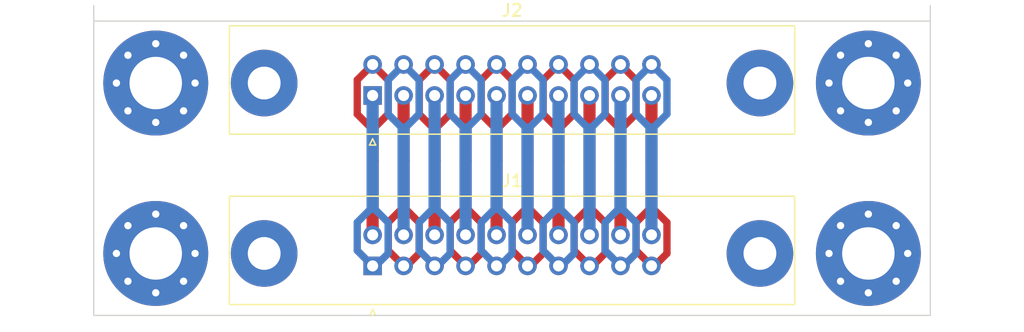
<source format=kicad_pcb>
(kicad_pcb (version 20171130) (host pcbnew "(5.1.4)-1")

  (general
    (thickness 1.6)
    (drawings 4)
    (tracks 170)
    (zones 0)
    (modules 6)
    (nets 15)
  )

  (page A4)
  (layers
    (0 F.Cu signal)
    (31 B.Cu signal)
    (32 B.Adhes user)
    (33 F.Adhes user)
    (34 B.Paste user)
    (35 F.Paste user)
    (36 B.SilkS user)
    (37 F.SilkS user)
    (38 B.Mask user)
    (39 F.Mask user)
    (40 Dwgs.User user)
    (41 Cmts.User user)
    (42 Eco1.User user)
    (43 Eco2.User user)
    (44 Edge.Cuts user)
    (45 Margin user)
    (46 B.CrtYd user)
    (47 F.CrtYd user)
    (48 B.Fab user)
    (49 F.Fab user)
  )

  (setup
    (last_trace_width 1)
    (user_trace_width 0.6)
    (user_trace_width 1)
    (user_trace_width 2)
    (user_trace_width 3)
    (trace_clearance 0.2)
    (zone_clearance 0.6)
    (zone_45_only no)
    (trace_min 0.2)
    (via_size 0.8)
    (via_drill 0.4)
    (via_min_size 0.4)
    (via_min_drill 0.3)
    (uvia_size 0.3)
    (uvia_drill 0.1)
    (uvias_allowed no)
    (uvia_min_size 0.2)
    (uvia_min_drill 0.1)
    (edge_width 0.1)
    (segment_width 0.2)
    (pcb_text_width 0.3)
    (pcb_text_size 1.5 1.5)
    (mod_edge_width 0.15)
    (mod_text_size 1 1)
    (mod_text_width 0.15)
    (pad_size 1.524 1.524)
    (pad_drill 0.762)
    (pad_to_mask_clearance 0)
    (aux_axis_origin 128.27 147.32)
    (visible_elements 7FFFFFFF)
    (pcbplotparams
      (layerselection 0x010fc_ffffffff)
      (usegerberextensions false)
      (usegerberattributes false)
      (usegerberadvancedattributes false)
      (creategerberjobfile false)
      (excludeedgelayer true)
      (linewidth 0.100000)
      (plotframeref false)
      (viasonmask false)
      (mode 1)
      (useauxorigin false)
      (hpglpennumber 1)
      (hpglpenspeed 20)
      (hpglpendiameter 15.000000)
      (psnegative false)
      (psa4output false)
      (plotreference true)
      (plotvalue true)
      (plotinvisibletext false)
      (padsonsilk false)
      (subtractmaskfromsilk false)
      (outputformat 1)
      (mirror false)
      (drillshape 0)
      (scaleselection 1)
      (outputdirectory "extender"))
  )

  (net 0 "")
  (net 1 /Z)
  (net 2 /BL)
  (net 3 /5V)
  (net 4 /X-)
  (net 5 /TA)
  (net 6 /TB)
  (net 7 /GND)
  (net 8 /PWMFAN-GND)
  (net 9 /1B)
  (net 10 /1A)
  (net 11 /2B)
  (net 12 /2A)
  (net 13 /24V)
  (net 14 /HEATGND)

  (net_class Default "This is the default net class."
    (clearance 0.2)
    (trace_width 0.25)
    (via_dia 0.8)
    (via_drill 0.4)
    (uvia_dia 0.3)
    (uvia_drill 0.1)
    (add_net /1A)
    (add_net /1B)
    (add_net /24V)
    (add_net /2A)
    (add_net /2B)
    (add_net /5V)
    (add_net /BL)
    (add_net /GND)
    (add_net /HEATGND)
    (add_net /PWMFAN-GND)
    (add_net /TA)
    (add_net /TB)
    (add_net /X-)
    (add_net /Z)
  )

  (module MountingHole:MountingHole_4.3mm_M4_Pad_Via (layer F.Cu) (tedit 56DDBFD7) (tstamp 5D770253)
    (at 133.35 142.24)
    (descr "Mounting Hole 4.3mm, M4")
    (tags "mounting hole 4.3mm m4")
    (attr virtual)
    (fp_text reference REF** (at 0 -5.3) (layer F.SilkS) hide
      (effects (font (size 1 1) (thickness 0.15)))
    )
    (fp_text value MountingHole_4.3mm_M4_Pad_Via (at 0 5.3) (layer F.Fab)
      (effects (font (size 1 1) (thickness 0.15)))
    )
    (fp_text user %R (at 0.3 0) (layer F.Fab)
      (effects (font (size 1 1) (thickness 0.15)))
    )
    (fp_circle (center 0 0) (end 4.3 0) (layer Cmts.User) (width 0.15))
    (fp_circle (center 0 0) (end 4.55 0) (layer F.CrtYd) (width 0.05))
    (pad 1 thru_hole circle (at 0 0) (size 8.6 8.6) (drill 4.3) (layers *.Cu *.Mask))
    (pad 1 thru_hole circle (at 3.225 0) (size 0.9 0.9) (drill 0.6) (layers *.Cu *.Mask))
    (pad 1 thru_hole circle (at 2.280419 2.280419) (size 0.9 0.9) (drill 0.6) (layers *.Cu *.Mask))
    (pad 1 thru_hole circle (at 0 3.225) (size 0.9 0.9) (drill 0.6) (layers *.Cu *.Mask))
    (pad 1 thru_hole circle (at -2.280419 2.280419) (size 0.9 0.9) (drill 0.6) (layers *.Cu *.Mask))
    (pad 1 thru_hole circle (at -3.225 0) (size 0.9 0.9) (drill 0.6) (layers *.Cu *.Mask))
    (pad 1 thru_hole circle (at -2.280419 -2.280419) (size 0.9 0.9) (drill 0.6) (layers *.Cu *.Mask))
    (pad 1 thru_hole circle (at 0 -3.225) (size 0.9 0.9) (drill 0.6) (layers *.Cu *.Mask))
    (pad 1 thru_hole circle (at 2.280419 -2.280419) (size 0.9 0.9) (drill 0.6) (layers *.Cu *.Mask))
  )

  (module MountingHole:MountingHole_4.3mm_M4_Pad_Via (layer F.Cu) (tedit 56DDBFD7) (tstamp 5D770253)
    (at 133.35 128.27)
    (descr "Mounting Hole 4.3mm, M4")
    (tags "mounting hole 4.3mm m4")
    (attr virtual)
    (fp_text reference REF** (at 0 -5.3) (layer F.SilkS) hide
      (effects (font (size 1 1) (thickness 0.15)))
    )
    (fp_text value MountingHole_4.3mm_M4_Pad_Via (at 0 5.3) (layer F.Fab)
      (effects (font (size 1 1) (thickness 0.15)))
    )
    (fp_text user %R (at 0.3 0) (layer F.Fab)
      (effects (font (size 1 1) (thickness 0.15)))
    )
    (fp_circle (center 0 0) (end 4.3 0) (layer Cmts.User) (width 0.15))
    (fp_circle (center 0 0) (end 4.55 0) (layer F.CrtYd) (width 0.05))
    (pad 1 thru_hole circle (at 0 0) (size 8.6 8.6) (drill 4.3) (layers *.Cu *.Mask))
    (pad 1 thru_hole circle (at 3.225 0) (size 0.9 0.9) (drill 0.6) (layers *.Cu *.Mask))
    (pad 1 thru_hole circle (at 2.280419 2.280419) (size 0.9 0.9) (drill 0.6) (layers *.Cu *.Mask))
    (pad 1 thru_hole circle (at 0 3.225) (size 0.9 0.9) (drill 0.6) (layers *.Cu *.Mask))
    (pad 1 thru_hole circle (at -2.280419 2.280419) (size 0.9 0.9) (drill 0.6) (layers *.Cu *.Mask))
    (pad 1 thru_hole circle (at -3.225 0) (size 0.9 0.9) (drill 0.6) (layers *.Cu *.Mask))
    (pad 1 thru_hole circle (at -2.280419 -2.280419) (size 0.9 0.9) (drill 0.6) (layers *.Cu *.Mask))
    (pad 1 thru_hole circle (at 0 -3.225) (size 0.9 0.9) (drill 0.6) (layers *.Cu *.Mask))
    (pad 1 thru_hole circle (at 2.280419 -2.280419) (size 0.9 0.9) (drill 0.6) (layers *.Cu *.Mask))
  )

  (module Connector_IDC:IDC-Header_2x10_P2.54mm_Vertical_Lock (layer F.Cu) (tedit 5A29A990) (tstamp 5D7697FF)
    (at 151.13 143.26 90)
    (descr "Connector IDC Locked, 10 contacts, compatible header: PANCON HE10 (Series 50, (https://www.reboul.fr/storage/00003af6.pdf)")
    (tags "connector idc locked")
    (path /5D73EC2A)
    (fp_text reference J1 (at 6.98 11.43 180) (layer F.SilkS)
      (effects (font (size 1 1) (thickness 0.15)))
    )
    (fp_text value Conn_02x10_Counter_Clockwise (at -4.572 10.795 180) (layer F.Fab)
      (effects (font (size 1 1) (thickness 0.15)))
    )
    (fp_line (start -3.17 34.6) (end -3.17 -11.74) (layer F.SilkS) (width 0.12))
    (fp_line (start -3.17 34.6) (end 5.71 34.6) (layer F.SilkS) (width 0.12))
    (fp_line (start 5.71 -11.74) (end -3.17 -11.74) (layer F.SilkS) (width 0.12))
    (fp_line (start 5.71 -11.74) (end 5.71 34.6) (layer F.SilkS) (width 0.12))
    (fp_line (start -3.3 34.73) (end -3.3 -11.87) (layer F.CrtYd) (width 0.05))
    (fp_line (start -3.3 34.73) (end 5.84 34.73) (layer F.CrtYd) (width 0.05))
    (fp_line (start 5.84 -11.87) (end -3.3 -11.87) (layer F.CrtYd) (width 0.05))
    (fp_line (start 5.84 -11.87) (end 5.84 34.73) (layer F.CrtYd) (width 0.05))
    (fp_line (start 5.59 33.78) (end 5.59 -10.92) (layer F.Fab) (width 0.1))
    (fp_line (start -3.05 33.78) (end 5.59 33.78) (layer F.Fab) (width 0.1))
    (fp_line (start -3.05 -10.92) (end -3.05 33.78) (layer F.Fab) (width 0.1))
    (fp_line (start 5.59 -10.92) (end -3.05 -10.92) (layer F.Fab) (width 0.1))
    (fp_line (start -2.29 13.21) (end -3.05 13.21) (layer F.Fab) (width 0.1))
    (fp_line (start -2.29 26.67) (end -2.29 13.21) (layer F.Fab) (width 0.1))
    (fp_line (start 4.83 26.67) (end -2.29 26.67) (layer F.Fab) (width 0.1))
    (fp_line (start 4.83 -3.81) (end 4.83 26.67) (layer F.Fab) (width 0.1))
    (fp_line (start -2.29 -3.81) (end 4.83 -3.81) (layer F.Fab) (width 0.1))
    (fp_line (start -2.29 9.65) (end -2.29 -3.81) (layer F.Fab) (width 0.1))
    (fp_line (start -3.05 9.65) (end -2.29 9.65) (layer F.Fab) (width 0.1))
    (fp_line (start -3.556 0) (end -4.064 -0.254) (layer F.SilkS) (width 0.12))
    (fp_line (start -4.064 -0.254) (end -4.064 0.254) (layer F.SilkS) (width 0.12))
    (fp_line (start -4.064 0.254) (end -3.556 0) (layer F.SilkS) (width 0.12))
    (fp_line (start -2.286 -1.016) (end -1.016 0) (layer F.Fab) (width 0.1))
    (fp_line (start -1.016 0) (end -2.286 1.016) (layer F.Fab) (width 0.1))
    (fp_text user %R (at 3.556 11.43) (layer F.Fab)
      (effects (font (size 1 1) (thickness 0.15)))
    )
    (pad "" thru_hole circle (at 1.02 31.75) (size 5.46 5.46) (drill 2.69) (layers *.Cu *.Mask))
    (pad "" thru_hole circle (at 1.02 -8.89) (size 5.46 5.46) (drill 2.69) (layers *.Cu *.Mask))
    (pad 20 thru_hole circle (at 2.54 22.86) (size 1.52 1.52) (drill 0.91) (layers *.Cu *.Mask)
      (net 1 /Z))
    (pad 19 thru_hole circle (at 0 22.86) (size 1.52 1.52) (drill 0.91) (layers *.Cu *.Mask)
      (net 2 /BL))
    (pad 18 thru_hole circle (at 2.54 20.32) (size 1.52 1.52) (drill 0.91) (layers *.Cu *.Mask)
      (net 3 /5V))
    (pad 17 thru_hole circle (at 0 20.32) (size 1.52 1.52) (drill 0.91) (layers *.Cu *.Mask)
      (net 4 /X-))
    (pad 16 thru_hole circle (at 2.54 17.78) (size 1.52 1.52) (drill 0.91) (layers *.Cu *.Mask)
      (net 5 /TA))
    (pad 15 thru_hole circle (at 0 17.78) (size 1.52 1.52) (drill 0.91) (layers *.Cu *.Mask)
      (net 6 /TB))
    (pad 14 thru_hole circle (at 2.54 15.24) (size 1.52 1.52) (drill 0.91) (layers *.Cu *.Mask)
      (net 7 /GND))
    (pad 13 thru_hole circle (at 0 15.24) (size 1.52 1.52) (drill 0.91) (layers *.Cu *.Mask)
      (net 8 /PWMFAN-GND))
    (pad 12 thru_hole circle (at 2.54 12.7) (size 1.52 1.52) (drill 0.91) (layers *.Cu *.Mask)
      (net 9 /1B))
    (pad 11 thru_hole circle (at 0 12.7) (size 1.52 1.52) (drill 0.91) (layers *.Cu *.Mask)
      (net 10 /1A))
    (pad 10 thru_hole circle (at 2.54 10.16) (size 1.52 1.52) (drill 0.91) (layers *.Cu *.Mask)
      (net 11 /2B))
    (pad 9 thru_hole circle (at 0 10.16) (size 1.52 1.52) (drill 0.91) (layers *.Cu *.Mask)
      (net 12 /2A))
    (pad 8 thru_hole circle (at 2.54 7.62) (size 1.52 1.52) (drill 0.91) (layers *.Cu *.Mask)
      (net 13 /24V))
    (pad 7 thru_hole circle (at 0 7.62) (size 1.52 1.52) (drill 0.91) (layers *.Cu *.Mask)
      (net 13 /24V))
    (pad 6 thru_hole circle (at 2.54 5.08) (size 1.52 1.52) (drill 0.91) (layers *.Cu *.Mask)
      (net 13 /24V))
    (pad 5 thru_hole circle (at 0 5.08) (size 1.52 1.52) (drill 0.91) (layers *.Cu *.Mask)
      (net 13 /24V))
    (pad 4 thru_hole circle (at 2.54 2.54) (size 1.52 1.52) (drill 0.91) (layers *.Cu *.Mask)
      (net 14 /HEATGND))
    (pad 3 thru_hole circle (at 0 2.54) (size 1.52 1.52) (drill 0.91) (layers *.Cu *.Mask)
      (net 14 /HEATGND))
    (pad 2 thru_hole circle (at 2.54 0) (size 1.52 1.52) (drill 0.91) (layers *.Cu *.Mask)
      (net 14 /HEATGND))
    (pad 1 thru_hole rect (at 0 0) (size 1.52 1.52) (drill 0.91) (layers *.Cu *.Mask)
      (net 14 /HEATGND))
    (model ${KISYS3DMOD}/Connector_IDC.3dshapes/IDC-Header_2x10_P2.54mm_Vertical_Lock.wrl
      (offset (xyz 11.42999982833862 1.269999980926514 0))
      (scale (xyz 1 1 1))
      (rotate (xyz 0 0 0))
    )
  )

  (module MountingHole:MountingHole_4.3mm_M4_Pad_Via (layer F.Cu) (tedit 56DDBFD7) (tstamp 5D770253)
    (at 191.77 142.24)
    (descr "Mounting Hole 4.3mm, M4")
    (tags "mounting hole 4.3mm m4")
    (attr virtual)
    (fp_text reference REF** (at 0 -5.3) (layer F.SilkS) hide
      (effects (font (size 1 1) (thickness 0.15)))
    )
    (fp_text value MountingHole_4.3mm_M4_Pad_Via (at 0 5.3) (layer F.Fab)
      (effects (font (size 1 1) (thickness 0.15)))
    )
    (fp_text user %R (at 0.3 0) (layer F.Fab)
      (effects (font (size 1 1) (thickness 0.15)))
    )
    (fp_circle (center 0 0) (end 4.3 0) (layer Cmts.User) (width 0.15))
    (fp_circle (center 0 0) (end 4.55 0) (layer F.CrtYd) (width 0.05))
    (pad 1 thru_hole circle (at 0 0) (size 8.6 8.6) (drill 4.3) (layers *.Cu *.Mask))
    (pad 1 thru_hole circle (at 3.225 0) (size 0.9 0.9) (drill 0.6) (layers *.Cu *.Mask))
    (pad 1 thru_hole circle (at 2.280419 2.280419) (size 0.9 0.9) (drill 0.6) (layers *.Cu *.Mask))
    (pad 1 thru_hole circle (at 0 3.225) (size 0.9 0.9) (drill 0.6) (layers *.Cu *.Mask))
    (pad 1 thru_hole circle (at -2.280419 2.280419) (size 0.9 0.9) (drill 0.6) (layers *.Cu *.Mask))
    (pad 1 thru_hole circle (at -3.225 0) (size 0.9 0.9) (drill 0.6) (layers *.Cu *.Mask))
    (pad 1 thru_hole circle (at -2.280419 -2.280419) (size 0.9 0.9) (drill 0.6) (layers *.Cu *.Mask))
    (pad 1 thru_hole circle (at 0 -3.225) (size 0.9 0.9) (drill 0.6) (layers *.Cu *.Mask))
    (pad 1 thru_hole circle (at 2.280419 -2.280419) (size 0.9 0.9) (drill 0.6) (layers *.Cu *.Mask))
  )

  (module MountingHole:MountingHole_4.3mm_M4_Pad_Via (layer F.Cu) (tedit 56DDBFD7) (tstamp 5D770253)
    (at 191.77 128.27)
    (descr "Mounting Hole 4.3mm, M4")
    (tags "mounting hole 4.3mm m4")
    (attr virtual)
    (fp_text reference REF** (at 0 -5.3) (layer F.SilkS) hide
      (effects (font (size 1 1) (thickness 0.15)))
    )
    (fp_text value MountingHole_4.3mm_M4_Pad_Via (at 0 5.3) (layer F.Fab)
      (effects (font (size 1 1) (thickness 0.15)))
    )
    (fp_text user %R (at 0.3 0) (layer F.Fab)
      (effects (font (size 1 1) (thickness 0.15)))
    )
    (fp_circle (center 0 0) (end 4.3 0) (layer Cmts.User) (width 0.15))
    (fp_circle (center 0 0) (end 4.55 0) (layer F.CrtYd) (width 0.05))
    (pad 1 thru_hole circle (at 0 0) (size 8.6 8.6) (drill 4.3) (layers *.Cu *.Mask))
    (pad 1 thru_hole circle (at 3.225 0) (size 0.9 0.9) (drill 0.6) (layers *.Cu *.Mask))
    (pad 1 thru_hole circle (at 2.280419 2.280419) (size 0.9 0.9) (drill 0.6) (layers *.Cu *.Mask))
    (pad 1 thru_hole circle (at 0 3.225) (size 0.9 0.9) (drill 0.6) (layers *.Cu *.Mask))
    (pad 1 thru_hole circle (at -2.280419 2.280419) (size 0.9 0.9) (drill 0.6) (layers *.Cu *.Mask))
    (pad 1 thru_hole circle (at -3.225 0) (size 0.9 0.9) (drill 0.6) (layers *.Cu *.Mask))
    (pad 1 thru_hole circle (at -2.280419 -2.280419) (size 0.9 0.9) (drill 0.6) (layers *.Cu *.Mask))
    (pad 1 thru_hole circle (at 0 -3.225) (size 0.9 0.9) (drill 0.6) (layers *.Cu *.Mask))
    (pad 1 thru_hole circle (at 2.280419 -2.280419) (size 0.9 0.9) (drill 0.6) (layers *.Cu *.Mask))
  )

  (module Connector_IDC:IDC-Header_2x10_P2.54mm_Vertical_Lock (layer F.Cu) (tedit 5A29A990) (tstamp 5D769832)
    (at 151.13 129.29 90)
    (descr "Connector IDC Locked, 10 contacts, compatible header: PANCON HE10 (Series 50, (https://www.reboul.fr/storage/00003af6.pdf)")
    (tags "connector idc locked")
    (path /5D76E5A0)
    (fp_text reference J2 (at 6.98 11.43 180) (layer F.SilkS)
      (effects (font (size 1 1) (thickness 0.15)))
    )
    (fp_text value Conn_02x10_Counter_Clockwise (at -4.572 10.795 180) (layer F.Fab)
      (effects (font (size 1 1) (thickness 0.15)))
    )
    (fp_line (start -3.17 34.6) (end -3.17 -11.74) (layer F.SilkS) (width 0.12))
    (fp_line (start -3.17 34.6) (end 5.71 34.6) (layer F.SilkS) (width 0.12))
    (fp_line (start 5.71 -11.74) (end -3.17 -11.74) (layer F.SilkS) (width 0.12))
    (fp_line (start 5.71 -11.74) (end 5.71 34.6) (layer F.SilkS) (width 0.12))
    (fp_line (start -3.3 34.73) (end -3.3 -11.87) (layer F.CrtYd) (width 0.05))
    (fp_line (start -3.3 34.73) (end 5.84 34.73) (layer F.CrtYd) (width 0.05))
    (fp_line (start 5.84 -11.87) (end -3.3 -11.87) (layer F.CrtYd) (width 0.05))
    (fp_line (start 5.84 -11.87) (end 5.84 34.73) (layer F.CrtYd) (width 0.05))
    (fp_line (start 5.59 33.78) (end 5.59 -10.92) (layer F.Fab) (width 0.1))
    (fp_line (start -3.05 33.78) (end 5.59 33.78) (layer F.Fab) (width 0.1))
    (fp_line (start -3.05 -10.92) (end -3.05 33.78) (layer F.Fab) (width 0.1))
    (fp_line (start 5.59 -10.92) (end -3.05 -10.92) (layer F.Fab) (width 0.1))
    (fp_line (start -2.29 13.21) (end -3.05 13.21) (layer F.Fab) (width 0.1))
    (fp_line (start -2.29 26.67) (end -2.29 13.21) (layer F.Fab) (width 0.1))
    (fp_line (start 4.83 26.67) (end -2.29 26.67) (layer F.Fab) (width 0.1))
    (fp_line (start 4.83 -3.81) (end 4.83 26.67) (layer F.Fab) (width 0.1))
    (fp_line (start -2.29 -3.81) (end 4.83 -3.81) (layer F.Fab) (width 0.1))
    (fp_line (start -2.29 9.65) (end -2.29 -3.81) (layer F.Fab) (width 0.1))
    (fp_line (start -3.05 9.65) (end -2.29 9.65) (layer F.Fab) (width 0.1))
    (fp_line (start -3.556 0) (end -4.064 -0.254) (layer F.SilkS) (width 0.12))
    (fp_line (start -4.064 -0.254) (end -4.064 0.254) (layer F.SilkS) (width 0.12))
    (fp_line (start -4.064 0.254) (end -3.556 0) (layer F.SilkS) (width 0.12))
    (fp_line (start -2.286 -1.016) (end -1.016 0) (layer F.Fab) (width 0.1))
    (fp_line (start -1.016 0) (end -2.286 1.016) (layer F.Fab) (width 0.1))
    (fp_text user %R (at 3.556 11.43) (layer F.Fab)
      (effects (font (size 1 1) (thickness 0.15)))
    )
    (pad "" thru_hole circle (at 1.02 31.75) (size 5.46 5.46) (drill 2.69) (layers *.Cu *.Mask))
    (pad "" thru_hole circle (at 1.02 -8.89) (size 5.46 5.46) (drill 2.69) (layers *.Cu *.Mask))
    (pad 20 thru_hole circle (at 2.54 22.86) (size 1.52 1.52) (drill 0.91) (layers *.Cu *.Mask)
      (net 1 /Z))
    (pad 19 thru_hole circle (at 0 22.86) (size 1.52 1.52) (drill 0.91) (layers *.Cu *.Mask)
      (net 2 /BL))
    (pad 18 thru_hole circle (at 2.54 20.32) (size 1.52 1.52) (drill 0.91) (layers *.Cu *.Mask)
      (net 3 /5V))
    (pad 17 thru_hole circle (at 0 20.32) (size 1.52 1.52) (drill 0.91) (layers *.Cu *.Mask)
      (net 4 /X-))
    (pad 16 thru_hole circle (at 2.54 17.78) (size 1.52 1.52) (drill 0.91) (layers *.Cu *.Mask)
      (net 5 /TA))
    (pad 15 thru_hole circle (at 0 17.78) (size 1.52 1.52) (drill 0.91) (layers *.Cu *.Mask)
      (net 6 /TB))
    (pad 14 thru_hole circle (at 2.54 15.24) (size 1.52 1.52) (drill 0.91) (layers *.Cu *.Mask)
      (net 7 /GND))
    (pad 13 thru_hole circle (at 0 15.24) (size 1.52 1.52) (drill 0.91) (layers *.Cu *.Mask)
      (net 8 /PWMFAN-GND))
    (pad 12 thru_hole circle (at 2.54 12.7) (size 1.52 1.52) (drill 0.91) (layers *.Cu *.Mask)
      (net 9 /1B))
    (pad 11 thru_hole circle (at 0 12.7) (size 1.52 1.52) (drill 0.91) (layers *.Cu *.Mask)
      (net 10 /1A))
    (pad 10 thru_hole circle (at 2.54 10.16) (size 1.52 1.52) (drill 0.91) (layers *.Cu *.Mask)
      (net 11 /2B))
    (pad 9 thru_hole circle (at 0 10.16) (size 1.52 1.52) (drill 0.91) (layers *.Cu *.Mask)
      (net 12 /2A))
    (pad 8 thru_hole circle (at 2.54 7.62) (size 1.52 1.52) (drill 0.91) (layers *.Cu *.Mask)
      (net 13 /24V))
    (pad 7 thru_hole circle (at 0 7.62) (size 1.52 1.52) (drill 0.91) (layers *.Cu *.Mask)
      (net 13 /24V))
    (pad 6 thru_hole circle (at 2.54 5.08) (size 1.52 1.52) (drill 0.91) (layers *.Cu *.Mask)
      (net 13 /24V))
    (pad 5 thru_hole circle (at 0 5.08) (size 1.52 1.52) (drill 0.91) (layers *.Cu *.Mask)
      (net 13 /24V))
    (pad 4 thru_hole circle (at 2.54 2.54) (size 1.52 1.52) (drill 0.91) (layers *.Cu *.Mask)
      (net 14 /HEATGND))
    (pad 3 thru_hole circle (at 0 2.54) (size 1.52 1.52) (drill 0.91) (layers *.Cu *.Mask)
      (net 14 /HEATGND))
    (pad 2 thru_hole circle (at 2.54 0) (size 1.52 1.52) (drill 0.91) (layers *.Cu *.Mask)
      (net 14 /HEATGND))
    (pad 1 thru_hole rect (at 0 0) (size 1.52 1.52) (drill 0.91) (layers *.Cu *.Mask)
      (net 14 /HEATGND))
    (model ${KISYS3DMOD}/Connector_IDC.3dshapes/IDC-Header_2x10_P2.54mm_Vertical_Lock.wrl
      (offset (xyz 11.42999982833862 1.269999980926514 0))
      (scale (xyz 1 1 1))
      (rotate (xyz 0 0 0))
    )
  )

  (gr_line (start 128.27 147.32) (end 128.27 121.92) (layer Edge.Cuts) (width 0.1))
  (gr_line (start 196.85 147.32) (end 128.27 147.32) (layer Edge.Cuts) (width 0.1))
  (gr_line (start 196.85 121.92) (end 196.85 147.32) (layer Edge.Cuts) (width 0.1))
  (gr_line (start 128.27 123.19) (end 196.85 123.19) (layer Edge.Cuts) (width 0.1))

  (segment (start 154.94 130.81) (end 154.94 128.02) (width 0.6) (layer B.Cu) (net 14) (tstamp 5D76AC76))
  (segment (start 152.409999 128.010001) (end 152.409999 130.819999) (width 0.6) (layer B.Cu) (net 14) (tstamp 5D76AC77))
  (segment (start 154.94 128.02) (end 153.92 127) (width 0.6) (layer B.Cu) (net 14) (tstamp 5D76AC78))
  (segment (start 152.409999 130.819999) (end 153.67 132.08) (width 0.6) (layer B.Cu) (net 14) (tstamp 5D76AC79))
  (segment (start 153.67 126.75) (end 152.409999 128.010001) (width 0.6) (layer B.Cu) (net 14) (tstamp 5D76AC7A))
  (segment (start 153.67 134.62) (end 153.67 140.72) (width 1) (layer B.Cu) (net 14) (tstamp 5D76AC7B))
  (segment (start 153.67 132.08) (end 154.94 130.81) (width 0.6) (layer B.Cu) (net 14) (tstamp 5D76AC7C))
  (segment (start 153.67 132.08) (end 153.67 134.62) (width 1) (layer B.Cu) (net 14) (tstamp 5D76AC81))
  (segment (start 149.869999 139.690001) (end 149.869999 141.999999) (width 0.6) (layer B.Cu) (net 14) (tstamp 5D76AC72))
  (segment (start 149.869999 141.999999) (end 150.370001 142.500001) (width 0.6) (layer B.Cu) (net 14) (tstamp 5D76AC73))
  (segment (start 152.4 142.24) (end 151.13 143.51) (width 0.6) (layer B.Cu) (net 14) (tstamp 5D76AC74))
  (segment (start 151.13 138.43) (end 149.869999 139.690001) (width 0.6) (layer B.Cu) (net 14) (tstamp 5D76AC75))
  (segment (start 152.4 139.7) (end 152.4 142.24) (width 0.6) (layer B.Cu) (net 14) (tstamp 5D76AC7D))
  (segment (start 151.13 138.43) (end 152.4 139.7) (width 0.6) (layer B.Cu) (net 14) (tstamp 5D76AC7E))
  (segment (start 150.370001 142.500001) (end 151.13 143.26) (width 0.6) (layer B.Cu) (net 14) (tstamp 5D76AC7F))
  (segment (start 151.13 131.83) (end 151.13 138.43) (width 1) (layer B.Cu) (net 14) (tstamp 5D76AC80))
  (segment (start 151.13 129.29) (end 151.13 131.83) (width 1) (layer B.Cu) (net 14) (tstamp 5D76AC82))
  (segment (start 160.02 130.81) (end 160.02 128.02) (width 0.6) (layer B.Cu) (net 13) (tstamp 5D76AC76))
  (segment (start 157.489999 128.010001) (end 157.489999 130.819999) (width 0.6) (layer B.Cu) (net 13) (tstamp 5D76AC77))
  (segment (start 160.02 128.02) (end 159 127) (width 0.6) (layer B.Cu) (net 13) (tstamp 5D76AC78))
  (segment (start 157.489999 130.819999) (end 158.75 132.08) (width 0.6) (layer B.Cu) (net 13) (tstamp 5D76AC79))
  (segment (start 158.75 126.75) (end 157.489999 128.010001) (width 0.6) (layer B.Cu) (net 13) (tstamp 5D76AC7A))
  (segment (start 158.75 134.62) (end 158.75 140.72) (width 1) (layer B.Cu) (net 13) (tstamp 5D76AC7B))
  (segment (start 158.75 132.08) (end 160.02 130.81) (width 0.6) (layer B.Cu) (net 13) (tstamp 5D76AC7C))
  (segment (start 158.75 132.08) (end 158.75 134.62) (width 1) (layer B.Cu) (net 13) (tstamp 5D76AC81))
  (segment (start 154.949999 139.690001) (end 154.949999 141.999999) (width 0.6) (layer B.Cu) (net 13) (tstamp 5D76AC72))
  (segment (start 154.949999 141.999999) (end 155.450001 142.500001) (width 0.6) (layer B.Cu) (net 13) (tstamp 5D76AC73))
  (segment (start 157.48 142.24) (end 156.21 143.51) (width 0.6) (layer B.Cu) (net 13) (tstamp 5D76AC74))
  (segment (start 156.21 138.43) (end 154.949999 139.690001) (width 0.6) (layer B.Cu) (net 13) (tstamp 5D76AC75))
  (segment (start 157.48 139.7) (end 157.48 142.24) (width 0.6) (layer B.Cu) (net 13) (tstamp 5D76AC7D))
  (segment (start 156.21 138.43) (end 157.48 139.7) (width 0.6) (layer B.Cu) (net 13) (tstamp 5D76AC7E))
  (segment (start 155.450001 142.500001) (end 156.21 143.26) (width 0.6) (layer B.Cu) (net 13) (tstamp 5D76AC7F))
  (segment (start 156.21 131.83) (end 156.21 138.43) (width 1) (layer B.Cu) (net 13) (tstamp 5D76AC80))
  (segment (start 156.21 129.29) (end 156.21 131.83) (width 1) (layer B.Cu) (net 13) (tstamp 5D76AC82))
  (segment (start 152.409999 141.999999) (end 152.910001 142.500001) (width 0.6) (layer F.Cu) (net 14) (tstamp 5D76AA75))
  (segment (start 152.910001 142.500001) (end 153.67 143.26) (width 0.6) (layer F.Cu) (net 14) (tstamp 5D76AA76))
  (segment (start 154.94 142.24) (end 153.67 143.51) (width 0.6) (layer F.Cu) (net 14) (tstamp 5D76AA79))
  (segment (start 152.409999 139.690001) (end 152.409999 141.999999) (width 0.6) (layer F.Cu) (net 14) (tstamp 5D76AA7A))
  (segment (start 153.67 131.83) (end 153.67 138.43) (width 1) (layer F.Cu) (net 14) (tstamp 5D76AA7B))
  (segment (start 153.67 138.43) (end 154.94 139.7) (width 0.6) (layer F.Cu) (net 14) (tstamp 5D76AA7C))
  (segment (start 154.94 139.7) (end 154.94 142.24) (width 0.6) (layer F.Cu) (net 14) (tstamp 5D76AA7D))
  (segment (start 153.67 138.43) (end 152.409999 139.690001) (width 0.6) (layer F.Cu) (net 14) (tstamp 5D76AA82))
  (segment (start 153.67 129.29) (end 153.67 131.83) (width 1) (layer F.Cu) (net 14) (tstamp 5D76AA84))
  (segment (start 151.13 132.08) (end 151.13 134.62) (width 1) (layer F.Cu) (net 14) (tstamp 5D76AA74))
  (segment (start 151.13 126.75) (end 149.869999 128.010001) (width 0.6) (layer F.Cu) (net 14) (tstamp 5D76AA77))
  (segment (start 152.4 130.81) (end 152.4 128.02) (width 0.6) (layer F.Cu) (net 14) (tstamp 5D76AA78))
  (segment (start 152.4 128.02) (end 151.38 127) (width 0.6) (layer F.Cu) (net 14) (tstamp 5D76AA7E))
  (segment (start 151.13 132.08) (end 152.4 130.81) (width 0.6) (layer F.Cu) (net 14) (tstamp 5D76AA7F))
  (segment (start 151.13 134.62) (end 151.13 140.72) (width 1) (layer F.Cu) (net 14) (tstamp 5D76AA80))
  (segment (start 149.869999 128.010001) (end 149.869999 130.819999) (width 0.6) (layer F.Cu) (net 14) (tstamp 5D76AA81))
  (segment (start 149.869999 130.819999) (end 151.13 132.08) (width 0.6) (layer F.Cu) (net 14) (tstamp 5D76AA83))
  (segment (start 157.489999 141.999999) (end 157.990001 142.500001) (width 0.6) (layer F.Cu) (net 13) (tstamp 5D76AA75))
  (segment (start 157.990001 142.500001) (end 158.75 143.26) (width 0.6) (layer F.Cu) (net 13) (tstamp 5D76AA76))
  (segment (start 160.02 142.24) (end 158.75 143.51) (width 0.6) (layer F.Cu) (net 13) (tstamp 5D76AA79))
  (segment (start 157.489999 139.690001) (end 157.489999 141.999999) (width 0.6) (layer F.Cu) (net 13) (tstamp 5D76AA7A))
  (segment (start 158.75 131.83) (end 158.75 138.43) (width 1) (layer F.Cu) (net 13) (tstamp 5D76AA7B))
  (segment (start 158.75 138.43) (end 160.02 139.7) (width 0.6) (layer F.Cu) (net 13) (tstamp 5D76AA7C))
  (segment (start 160.02 139.7) (end 160.02 142.24) (width 0.6) (layer F.Cu) (net 13) (tstamp 5D76AA7D))
  (segment (start 158.75 138.43) (end 157.489999 139.690001) (width 0.6) (layer F.Cu) (net 13) (tstamp 5D76AA82))
  (segment (start 158.75 129.29) (end 158.75 131.83) (width 1) (layer F.Cu) (net 13) (tstamp 5D76AA84))
  (segment (start 156.21 132.08) (end 156.21 134.62) (width 1) (layer F.Cu) (net 13) (tstamp 5D76AA74))
  (segment (start 156.21 126.75) (end 154.949999 128.010001) (width 0.6) (layer F.Cu) (net 13) (tstamp 5D76AA77))
  (segment (start 157.48 130.81) (end 157.48 128.02) (width 0.6) (layer F.Cu) (net 13) (tstamp 5D76AA78))
  (segment (start 157.48 128.02) (end 156.46 127) (width 0.6) (layer F.Cu) (net 13) (tstamp 5D76AA7E))
  (segment (start 156.21 132.08) (end 157.48 130.81) (width 0.6) (layer F.Cu) (net 13) (tstamp 5D76AA7F))
  (segment (start 156.21 134.62) (end 156.21 140.72) (width 1) (layer F.Cu) (net 13) (tstamp 5D76AA80))
  (segment (start 154.949999 128.010001) (end 154.949999 130.819999) (width 0.6) (layer F.Cu) (net 13) (tstamp 5D76AA81))
  (segment (start 154.949999 130.819999) (end 156.21 132.08) (width 0.6) (layer F.Cu) (net 13) (tstamp 5D76AA83))
  (segment (start 160.530001 142.500001) (end 161.29 143.26) (width 0.6) (layer B.Cu) (net 12) (tstamp 5D76A1DD))
  (segment (start 162.56 139.7) (end 162.56 142.24) (width 0.6) (layer B.Cu) (net 12) (tstamp 5D76A1DE))
  (segment (start 161.29 131.83) (end 161.29 138.43) (width 1) (layer B.Cu) (net 12) (tstamp 5D76A1DF))
  (segment (start 161.29 138.43) (end 162.56 139.7) (width 0.6) (layer B.Cu) (net 12) (tstamp 5D76A1E0))
  (segment (start 161.29 138.43) (end 160.029999 139.690001) (width 0.6) (layer B.Cu) (net 12) (tstamp 5D76A1E1))
  (segment (start 162.56 142.24) (end 161.29 143.51) (width 0.6) (layer B.Cu) (net 12) (tstamp 5D76A1E2))
  (segment (start 160.029999 141.999999) (end 160.530001 142.500001) (width 0.6) (layer B.Cu) (net 12) (tstamp 5D76A1E3))
  (segment (start 160.029999 139.690001) (end 160.029999 141.999999) (width 0.6) (layer B.Cu) (net 12) (tstamp 5D76A1E4))
  (segment (start 173.99 126.75) (end 172.729999 128.010001) (width 0.6) (layer B.Cu) (net 1))
  (segment (start 172.729999 130.819999) (end 173.99 132.08) (width 0.6) (layer B.Cu) (net 1))
  (segment (start 172.729999 128.010001) (end 172.729999 130.819999) (width 0.6) (layer B.Cu) (net 1))
  (segment (start 175.26 128.02) (end 175.26 130.81) (width 0.6) (layer B.Cu) (net 1))
  (segment (start 173.99 126.75) (end 175.26 128.02) (width 0.6) (layer B.Cu) (net 1))
  (segment (start 175.26 130.81) (end 173.99 132.08) (width 0.6) (layer B.Cu) (net 1))
  (segment (start 173.99 134.62) (end 173.99 140.72) (width 1) (layer B.Cu) (net 1))
  (segment (start 173.99 134.62) (end 173.99 132.08) (width 1) (layer B.Cu) (net 1))
  (segment (start 173.230001 142.500001) (end 173.99 143.26) (width 0.6) (layer F.Cu) (net 2))
  (segment (start 172.729999 141.999999) (end 173.230001 142.500001) (width 0.6) (layer F.Cu) (net 2))
  (segment (start 172.729999 139.690001) (end 172.729999 141.999999) (width 0.6) (layer F.Cu) (net 2))
  (segment (start 173.99 138.43) (end 172.729999 139.690001) (width 0.6) (layer F.Cu) (net 2))
  (segment (start 173.99 131.83) (end 173.99 138.43) (width 1) (layer F.Cu) (net 2))
  (segment (start 175.26 142.24) (end 173.99 143.51) (width 0.6) (layer F.Cu) (net 2))
  (segment (start 173.99 138.43) (end 175.26 139.7) (width 0.6) (layer F.Cu) (net 2))
  (segment (start 175.26 139.7) (end 175.26 142.24) (width 0.6) (layer F.Cu) (net 2))
  (segment (start 173.99 129.29) (end 173.99 131.83) (width 1) (layer F.Cu) (net 2))
  (segment (start 170.189999 128.010001) (end 170.189999 130.819999) (width 0.6) (layer F.Cu) (net 3))
  (segment (start 171.45 126.75) (end 170.189999 128.010001) (width 0.6) (layer F.Cu) (net 3))
  (segment (start 170.189999 130.819999) (end 171.45 132.08) (width 0.6) (layer F.Cu) (net 3))
  (segment (start 171.45 132.08) (end 172.72 130.81) (width 0.6) (layer F.Cu) (net 3))
  (segment (start 172.72 128.02) (end 171.7 127) (width 0.6) (layer F.Cu) (net 3))
  (segment (start 172.72 130.81) (end 172.72 128.02) (width 0.6) (layer F.Cu) (net 3))
  (segment (start 171.45 134.62) (end 171.45 140.72) (width 1) (layer F.Cu) (net 3))
  (segment (start 171.45 132.08) (end 171.45 134.62) (width 1) (layer F.Cu) (net 3))
  (segment (start 171.45 131.83) (end 171.45 138.43) (width 1) (layer B.Cu) (net 4) (tstamp 5D76A1BE))
  (segment (start 172.72 139.7) (end 172.72 142.24) (width 0.6) (layer B.Cu) (net 4) (tstamp 5D76A1BF))
  (segment (start 172.72 142.24) (end 171.45 143.51) (width 0.6) (layer B.Cu) (net 4) (tstamp 5D76A1C0))
  (segment (start 171.45 138.43) (end 170.189999 139.690001) (width 0.6) (layer B.Cu) (net 4) (tstamp 5D76A1C2))
  (segment (start 170.189999 141.999999) (end 170.690001 142.500001) (width 0.6) (layer B.Cu) (net 4) (tstamp 5D76A1C3))
  (segment (start 170.189999 139.690001) (end 170.189999 141.999999) (width 0.6) (layer B.Cu) (net 4) (tstamp 5D76A1C5))
  (segment (start 171.45 138.43) (end 172.72 139.7) (width 0.6) (layer B.Cu) (net 4) (tstamp 5D76A1CB))
  (segment (start 170.690001 142.500001) (end 171.45 143.26) (width 0.6) (layer B.Cu) (net 4) (tstamp 5D76A1CC))
  (segment (start 171.45 129.29) (end 171.45 131.83) (width 1) (layer B.Cu) (net 4))
  (segment (start 168.91 126.75) (end 167.649999 128.010001) (width 0.6) (layer B.Cu) (net 5) (tstamp 5D76A1C1))
  (segment (start 170.18 130.81) (end 170.18 128.02) (width 0.6) (layer B.Cu) (net 5) (tstamp 5D76A1C4))
  (segment (start 168.91 134.62) (end 168.91 140.72) (width 1) (layer B.Cu) (net 5) (tstamp 5D76A1C6))
  (segment (start 167.649999 128.010001) (end 167.649999 130.819999) (width 0.6) (layer B.Cu) (net 5) (tstamp 5D76A1C7))
  (segment (start 168.91 132.08) (end 170.18 130.81) (width 0.6) (layer B.Cu) (net 5) (tstamp 5D76A1C8))
  (segment (start 170.18 128.02) (end 169.16 127) (width 0.6) (layer B.Cu) (net 5) (tstamp 5D76A1C9))
  (segment (start 167.649999 130.819999) (end 168.91 132.08) (width 0.6) (layer B.Cu) (net 5) (tstamp 5D76A1CA))
  (segment (start 168.91 132.08) (end 168.91 134.62) (width 1) (layer B.Cu) (net 5))
  (segment (start 167.649999 141.999999) (end 168.150001 142.500001) (width 0.6) (layer F.Cu) (net 6) (tstamp 5D76ABDE))
  (segment (start 167.649999 139.690001) (end 167.649999 141.999999) (width 0.6) (layer F.Cu) (net 6) (tstamp 5D76ABDF))
  (segment (start 168.150001 142.500001) (end 168.91 143.26) (width 0.6) (layer F.Cu) (net 6) (tstamp 5D76ABE0))
  (segment (start 168.91 138.43) (end 167.649999 139.690001) (width 0.6) (layer F.Cu) (net 6) (tstamp 5D76ABE1))
  (segment (start 168.91 131.83) (end 168.91 138.43) (width 1) (layer F.Cu) (net 6) (tstamp 5D76ABE2))
  (segment (start 170.18 139.7) (end 170.18 142.24) (width 0.6) (layer F.Cu) (net 6) (tstamp 5D76ABE3))
  (segment (start 168.91 138.43) (end 170.18 139.7) (width 0.6) (layer F.Cu) (net 6) (tstamp 5D76ABE4))
  (segment (start 170.18 142.24) (end 168.91 143.51) (width 0.6) (layer F.Cu) (net 6) (tstamp 5D76ABE5))
  (segment (start 168.91 129.29) (end 168.91 131.83) (width 1) (layer F.Cu) (net 6))
  (segment (start 165.109999 130.819999) (end 166.37 132.08) (width 0.6) (layer F.Cu) (net 7) (tstamp 5D76ABD7))
  (segment (start 167.64 128.02) (end 166.62 127) (width 0.6) (layer F.Cu) (net 7) (tstamp 5D76ABD8))
  (segment (start 166.37 132.08) (end 167.64 130.81) (width 0.6) (layer F.Cu) (net 7) (tstamp 5D76ABD9))
  (segment (start 166.37 134.62) (end 166.37 140.72) (width 1) (layer F.Cu) (net 7) (tstamp 5D76ABDA))
  (segment (start 166.37 126.75) (end 165.109999 128.010001) (width 0.6) (layer F.Cu) (net 7) (tstamp 5D76ABDB))
  (segment (start 165.109999 128.010001) (end 165.109999 130.819999) (width 0.6) (layer F.Cu) (net 7) (tstamp 5D76ABDC))
  (segment (start 167.64 130.81) (end 167.64 128.02) (width 0.6) (layer F.Cu) (net 7) (tstamp 5D76ABDD))
  (segment (start 166.37 132.08) (end 166.37 134.62) (width 1) (layer F.Cu) (net 7))
  (segment (start 167.64 139.7) (end 167.64 142.24) (width 0.6) (layer B.Cu) (net 8) (tstamp 5D76A1BF))
  (segment (start 167.64 142.24) (end 166.37 143.51) (width 0.6) (layer B.Cu) (net 8) (tstamp 5D76A1C0))
  (segment (start 166.37 138.43) (end 165.109999 139.690001) (width 0.6) (layer B.Cu) (net 8) (tstamp 5D76A1C2))
  (segment (start 165.109999 141.999999) (end 165.610001 142.500001) (width 0.6) (layer B.Cu) (net 8) (tstamp 5D76A1C3))
  (segment (start 165.109999 139.690001) (end 165.109999 141.999999) (width 0.6) (layer B.Cu) (net 8) (tstamp 5D76A1C5))
  (segment (start 166.37 138.43) (end 167.64 139.7) (width 0.6) (layer B.Cu) (net 8) (tstamp 5D76A1CB))
  (segment (start 165.610001 142.500001) (end 166.37 143.26) (width 0.6) (layer B.Cu) (net 8) (tstamp 5D76A1CC))
  (segment (start 166.37 131.83) (end 166.37 138.43) (width 1) (layer B.Cu) (net 8))
  (segment (start 166.37 129.29) (end 166.37 131.83) (width 1) (layer B.Cu) (net 8))
  (segment (start 163.83 126.75) (end 162.569999 128.010001) (width 0.6) (layer B.Cu) (net 9) (tstamp 5D76A1C1))
  (segment (start 165.1 130.81) (end 165.1 128.02) (width 0.6) (layer B.Cu) (net 9) (tstamp 5D76A1C4))
  (segment (start 163.83 134.62) (end 163.83 140.72) (width 1) (layer B.Cu) (net 9) (tstamp 5D76A1C6))
  (segment (start 162.569999 128.010001) (end 162.569999 130.819999) (width 0.6) (layer B.Cu) (net 9) (tstamp 5D76A1C7))
  (segment (start 163.83 132.08) (end 165.1 130.81) (width 0.6) (layer B.Cu) (net 9) (tstamp 5D76A1C8))
  (segment (start 165.1 128.02) (end 164.08 127) (width 0.6) (layer B.Cu) (net 9) (tstamp 5D76A1C9))
  (segment (start 162.569999 130.819999) (end 163.83 132.08) (width 0.6) (layer B.Cu) (net 9) (tstamp 5D76A1CA))
  (segment (start 163.83 132.08) (end 163.83 134.62) (width 1) (layer B.Cu) (net 9))
  (segment (start 162.569999 141.999999) (end 163.070001 142.500001) (width 0.6) (layer F.Cu) (net 10) (tstamp 5D76ABDE))
  (segment (start 162.569999 139.690001) (end 162.569999 141.999999) (width 0.6) (layer F.Cu) (net 10) (tstamp 5D76ABDF))
  (segment (start 163.070001 142.500001) (end 163.83 143.26) (width 0.6) (layer F.Cu) (net 10) (tstamp 5D76ABE0))
  (segment (start 163.83 138.43) (end 162.569999 139.690001) (width 0.6) (layer F.Cu) (net 10) (tstamp 5D76ABE1))
  (segment (start 163.83 131.83) (end 163.83 138.43) (width 1) (layer F.Cu) (net 10) (tstamp 5D76ABE2))
  (segment (start 165.1 139.7) (end 165.1 142.24) (width 0.6) (layer F.Cu) (net 10) (tstamp 5D76ABE3))
  (segment (start 163.83 138.43) (end 165.1 139.7) (width 0.6) (layer F.Cu) (net 10) (tstamp 5D76ABE4))
  (segment (start 165.1 142.24) (end 163.83 143.51) (width 0.6) (layer F.Cu) (net 10) (tstamp 5D76ABE5))
  (segment (start 163.83 129.29) (end 163.83 131.83) (width 1) (layer F.Cu) (net 10))
  (segment (start 160.029999 130.819999) (end 161.29 132.08) (width 0.6) (layer F.Cu) (net 11) (tstamp 5D76ABD7))
  (segment (start 162.56 128.02) (end 161.54 127) (width 0.6) (layer F.Cu) (net 11) (tstamp 5D76ABD8))
  (segment (start 161.29 132.08) (end 162.56 130.81) (width 0.6) (layer F.Cu) (net 11) (tstamp 5D76ABD9))
  (segment (start 161.29 134.62) (end 161.29 140.72) (width 1) (layer F.Cu) (net 11) (tstamp 5D76ABDA))
  (segment (start 161.29 126.75) (end 160.029999 128.010001) (width 0.6) (layer F.Cu) (net 11) (tstamp 5D76ABDB))
  (segment (start 160.029999 128.010001) (end 160.029999 130.819999) (width 0.6) (layer F.Cu) (net 11) (tstamp 5D76ABDC))
  (segment (start 162.56 130.81) (end 162.56 128.02) (width 0.6) (layer F.Cu) (net 11) (tstamp 5D76ABDD))
  (segment (start 161.29 132.08) (end 161.29 134.62) (width 1) (layer F.Cu) (net 11))
  (segment (start 161.29 129.29) (end 161.29 131.83) (width 1) (layer B.Cu) (net 12))

)

</source>
